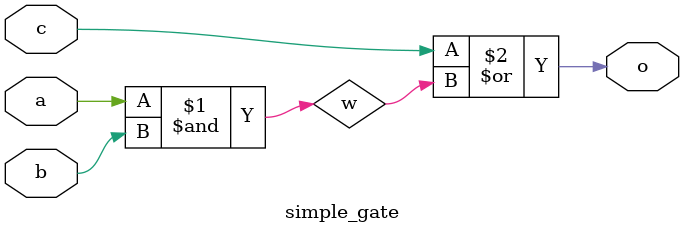
<source format=v>
`timescale 1ps/1ps
module simple_gate(input a, input b,input c, output o);

wire w;
and #(5,7)  (w, a, b);
or #(4,5) (o,c,w);

endmodule

</source>
